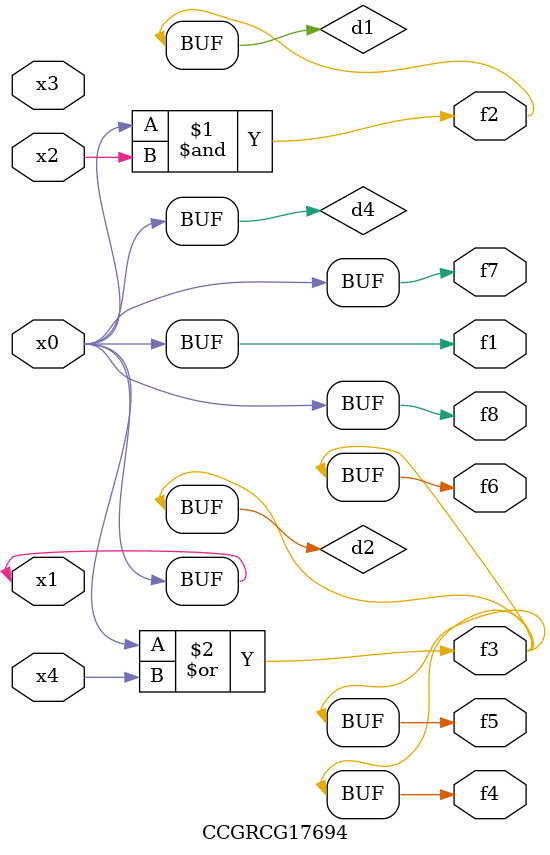
<source format=v>
module CCGRCG17694(
	input x0, x1, x2, x3, x4,
	output f1, f2, f3, f4, f5, f6, f7, f8
);

	wire d1, d2, d3, d4;

	and (d1, x0, x2);
	or (d2, x0, x4);
	nand (d3, x0, x2);
	buf (d4, x0, x1);
	assign f1 = d4;
	assign f2 = d1;
	assign f3 = d2;
	assign f4 = d2;
	assign f5 = d2;
	assign f6 = d2;
	assign f7 = d4;
	assign f8 = d4;
endmodule

</source>
